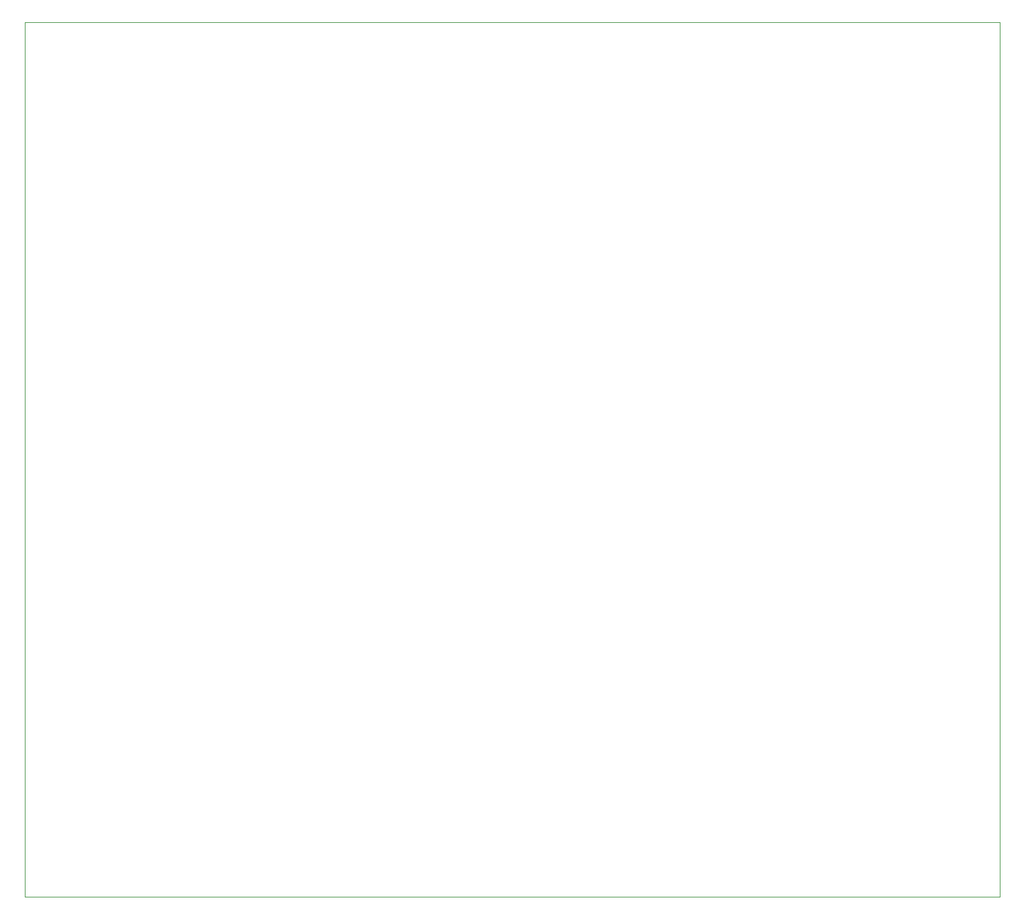
<source format=gbr>
%TF.GenerationSoftware,KiCad,Pcbnew,(7.0.0)*%
%TF.CreationDate,2023-04-15T15:54:35-07:00*%
%TF.ProjectId,FaultSignalGenerator_Isaiah_16Channel,4661756c-7453-4696-976e-616c47656e65,rev?*%
%TF.SameCoordinates,Original*%
%TF.FileFunction,Profile,NP*%
%FSLAX46Y46*%
G04 Gerber Fmt 4.6, Leading zero omitted, Abs format (unit mm)*
G04 Created by KiCad (PCBNEW (7.0.0)) date 2023-04-15 15:54:35*
%MOMM*%
%LPD*%
G01*
G04 APERTURE LIST*
%TA.AperFunction,Profile*%
%ADD10C,0.050000*%
%TD*%
G04 APERTURE END LIST*
D10*
X49750000Y-27400000D02*
X176000000Y-27400000D01*
X176000000Y-27400000D02*
X176000000Y-140700000D01*
X176000000Y-140700000D02*
X49750000Y-140700000D01*
X49750000Y-140700000D02*
X49750000Y-27400000D01*
M02*

</source>
